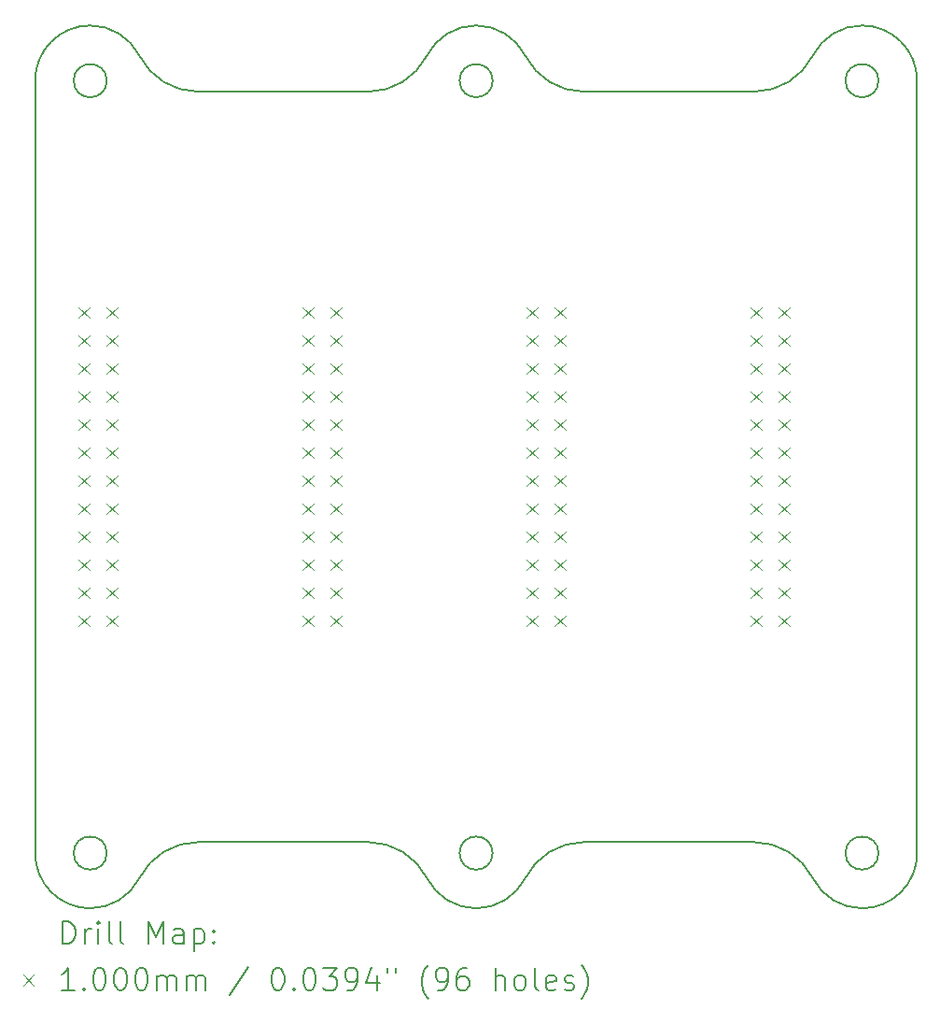
<source format=gbr>
%TF.GenerationSoftware,KiCad,Pcbnew,9.0.0-9.0.0-2~ubuntu24.04.1*%
%TF.CreationDate,2025-03-07T10:50:06+01:00*%
%TF.ProjectId,BackPlane,4261636b-506c-4616-9e65-2e6b69636164,rev?*%
%TF.SameCoordinates,Original*%
%TF.FileFunction,Drillmap*%
%TF.FilePolarity,Positive*%
%FSLAX45Y45*%
G04 Gerber Fmt 4.5, Leading zero omitted, Abs format (unit mm)*
G04 Created by KiCad (PCBNEW 9.0.0-9.0.0-2~ubuntu24.04.1) date 2025-03-07 10:50:06*
%MOMM*%
%LPD*%
G01*
G04 APERTURE LIST*
%ADD10C,0.200000*%
%ADD11C,0.100000*%
G04 APERTURE END LIST*
D10*
X10056500Y-3487000D02*
G75*
G02*
X9756500Y-3487000I-150000J0D01*
G01*
X9756500Y-3487000D02*
G75*
G02*
X10056500Y-3487000I150000J0D01*
G01*
X5906500Y-3487000D02*
G75*
G02*
X6406500Y-2987000I500000J0D01*
G01*
X10351862Y-10714273D02*
G75*
G02*
X9906500Y-10987000I-445362J227273D01*
G01*
X12426704Y-10387000D02*
G75*
G02*
X12961135Y-10714274I-4J-600000D01*
G01*
X13906500Y-3487000D02*
X13906500Y-10487000D01*
X6406500Y-10987000D02*
G75*
G02*
X5906500Y-10487000I0J500000D01*
G01*
X12961138Y-3259727D02*
G75*
G02*
X13406500Y-2987000I445362J-227273D01*
G01*
X13406500Y-10987000D02*
G75*
G02*
X12961138Y-10714273I0J500000D01*
G01*
X8924622Y-3587000D02*
X7386303Y-3587000D01*
X13556500Y-10487000D02*
G75*
G02*
X13256500Y-10487000I-150000J0D01*
G01*
X13256500Y-10487000D02*
G75*
G02*
X13556500Y-10487000I150000J0D01*
G01*
X6406500Y-2987000D02*
G75*
G02*
X6851862Y-3259727I0J-500000D01*
G01*
X10886303Y-3587000D02*
G75*
G02*
X10351860Y-3259728I-3J600010D01*
G01*
X6556500Y-10487000D02*
G75*
G02*
X6256500Y-10487000I-150000J0D01*
G01*
X6256500Y-10487000D02*
G75*
G02*
X6556500Y-10487000I150000J0D01*
G01*
X8926704Y-10387000D02*
X7386296Y-10387000D01*
X9906500Y-10987000D02*
G75*
G02*
X9461138Y-10714273I0J500000D01*
G01*
X13556500Y-3487000D02*
G75*
G02*
X13256500Y-3487000I-150000J0D01*
G01*
X13256500Y-3487000D02*
G75*
G02*
X13556500Y-3487000I150000J0D01*
G01*
X10886303Y-3587000D02*
X12428749Y-3587000D01*
X9461138Y-3259727D02*
G75*
G02*
X9906500Y-2987000I445362J-227273D01*
G01*
X12961138Y-3259727D02*
G75*
G02*
X12428749Y-3586995I-534438J272737D01*
G01*
X10351862Y-10714273D02*
G75*
G02*
X10886296Y-10386996I534438J-272727D01*
G01*
X13406500Y-2987000D02*
G75*
G02*
X13906500Y-3487000I0J-500000D01*
G01*
X10886296Y-10387000D02*
X12426704Y-10387000D01*
X6851862Y-10714273D02*
G75*
G02*
X7386296Y-10386996I534438J-272727D01*
G01*
X6556500Y-3487000D02*
G75*
G02*
X6256500Y-3487000I-150000J0D01*
G01*
X6256500Y-3487000D02*
G75*
G02*
X6556500Y-3487000I150000J0D01*
G01*
X7386303Y-3587000D02*
G75*
G02*
X6851860Y-3259728I-3J600010D01*
G01*
X9461138Y-3259727D02*
G75*
G02*
X8924622Y-3586995I-534438J272737D01*
G01*
X8926704Y-10387000D02*
G75*
G02*
X9461135Y-10714274I-4J-600000D01*
G01*
X10056500Y-10487000D02*
G75*
G02*
X9756500Y-10487000I-150000J0D01*
G01*
X9756500Y-10487000D02*
G75*
G02*
X10056500Y-10487000I150000J0D01*
G01*
X5906500Y-3487000D02*
X5906500Y-10487000D01*
X6851862Y-10714273D02*
G75*
G02*
X6406500Y-10987000I-445362J227273D01*
G01*
X9906500Y-2987000D02*
G75*
G02*
X10351862Y-3259727I0J-500000D01*
G01*
X13906500Y-10487000D02*
G75*
G02*
X13406500Y-10987000I-500000J0D01*
G01*
D11*
X6300000Y-5538000D02*
X6400000Y-5638000D01*
X6400000Y-5538000D02*
X6300000Y-5638000D01*
X6300000Y-5792000D02*
X6400000Y-5892000D01*
X6400000Y-5792000D02*
X6300000Y-5892000D01*
X6300000Y-6046000D02*
X6400000Y-6146000D01*
X6400000Y-6046000D02*
X6300000Y-6146000D01*
X6300000Y-6300000D02*
X6400000Y-6400000D01*
X6400000Y-6300000D02*
X6300000Y-6400000D01*
X6300000Y-6554000D02*
X6400000Y-6654000D01*
X6400000Y-6554000D02*
X6300000Y-6654000D01*
X6300000Y-6808000D02*
X6400000Y-6908000D01*
X6400000Y-6808000D02*
X6300000Y-6908000D01*
X6300000Y-7062000D02*
X6400000Y-7162000D01*
X6400000Y-7062000D02*
X6300000Y-7162000D01*
X6300000Y-7316000D02*
X6400000Y-7416000D01*
X6400000Y-7316000D02*
X6300000Y-7416000D01*
X6300000Y-7570000D02*
X6400000Y-7670000D01*
X6400000Y-7570000D02*
X6300000Y-7670000D01*
X6300000Y-7824000D02*
X6400000Y-7924000D01*
X6400000Y-7824000D02*
X6300000Y-7924000D01*
X6300000Y-8078000D02*
X6400000Y-8178000D01*
X6400000Y-8078000D02*
X6300000Y-8178000D01*
X6300000Y-8332000D02*
X6400000Y-8432000D01*
X6400000Y-8332000D02*
X6300000Y-8432000D01*
X6554000Y-5538000D02*
X6654000Y-5638000D01*
X6654000Y-5538000D02*
X6554000Y-5638000D01*
X6554000Y-5792000D02*
X6654000Y-5892000D01*
X6654000Y-5792000D02*
X6554000Y-5892000D01*
X6554000Y-6046000D02*
X6654000Y-6146000D01*
X6654000Y-6046000D02*
X6554000Y-6146000D01*
X6554000Y-6300000D02*
X6654000Y-6400000D01*
X6654000Y-6300000D02*
X6554000Y-6400000D01*
X6554000Y-6554000D02*
X6654000Y-6654000D01*
X6654000Y-6554000D02*
X6554000Y-6654000D01*
X6554000Y-6808000D02*
X6654000Y-6908000D01*
X6654000Y-6808000D02*
X6554000Y-6908000D01*
X6554000Y-7062000D02*
X6654000Y-7162000D01*
X6654000Y-7062000D02*
X6554000Y-7162000D01*
X6554000Y-7316000D02*
X6654000Y-7416000D01*
X6654000Y-7316000D02*
X6554000Y-7416000D01*
X6554000Y-7570000D02*
X6654000Y-7670000D01*
X6654000Y-7570000D02*
X6554000Y-7670000D01*
X6554000Y-7824000D02*
X6654000Y-7924000D01*
X6654000Y-7824000D02*
X6554000Y-7924000D01*
X6554000Y-8078000D02*
X6654000Y-8178000D01*
X6654000Y-8078000D02*
X6554000Y-8178000D01*
X6554000Y-8332000D02*
X6654000Y-8432000D01*
X6654000Y-8332000D02*
X6554000Y-8432000D01*
X8332000Y-5538000D02*
X8432000Y-5638000D01*
X8432000Y-5538000D02*
X8332000Y-5638000D01*
X8332000Y-5792000D02*
X8432000Y-5892000D01*
X8432000Y-5792000D02*
X8332000Y-5892000D01*
X8332000Y-6046000D02*
X8432000Y-6146000D01*
X8432000Y-6046000D02*
X8332000Y-6146000D01*
X8332000Y-6300000D02*
X8432000Y-6400000D01*
X8432000Y-6300000D02*
X8332000Y-6400000D01*
X8332000Y-6554000D02*
X8432000Y-6654000D01*
X8432000Y-6554000D02*
X8332000Y-6654000D01*
X8332000Y-6808000D02*
X8432000Y-6908000D01*
X8432000Y-6808000D02*
X8332000Y-6908000D01*
X8332000Y-7062000D02*
X8432000Y-7162000D01*
X8432000Y-7062000D02*
X8332000Y-7162000D01*
X8332000Y-7316000D02*
X8432000Y-7416000D01*
X8432000Y-7316000D02*
X8332000Y-7416000D01*
X8332000Y-7570000D02*
X8432000Y-7670000D01*
X8432000Y-7570000D02*
X8332000Y-7670000D01*
X8332000Y-7824000D02*
X8432000Y-7924000D01*
X8432000Y-7824000D02*
X8332000Y-7924000D01*
X8332000Y-8078000D02*
X8432000Y-8178000D01*
X8432000Y-8078000D02*
X8332000Y-8178000D01*
X8332000Y-8332000D02*
X8432000Y-8432000D01*
X8432000Y-8332000D02*
X8332000Y-8432000D01*
X8586000Y-5538000D02*
X8686000Y-5638000D01*
X8686000Y-5538000D02*
X8586000Y-5638000D01*
X8586000Y-5792000D02*
X8686000Y-5892000D01*
X8686000Y-5792000D02*
X8586000Y-5892000D01*
X8586000Y-6046000D02*
X8686000Y-6146000D01*
X8686000Y-6046000D02*
X8586000Y-6146000D01*
X8586000Y-6300000D02*
X8686000Y-6400000D01*
X8686000Y-6300000D02*
X8586000Y-6400000D01*
X8586000Y-6554000D02*
X8686000Y-6654000D01*
X8686000Y-6554000D02*
X8586000Y-6654000D01*
X8586000Y-6808000D02*
X8686000Y-6908000D01*
X8686000Y-6808000D02*
X8586000Y-6908000D01*
X8586000Y-7062000D02*
X8686000Y-7162000D01*
X8686000Y-7062000D02*
X8586000Y-7162000D01*
X8586000Y-7316000D02*
X8686000Y-7416000D01*
X8686000Y-7316000D02*
X8586000Y-7416000D01*
X8586000Y-7570000D02*
X8686000Y-7670000D01*
X8686000Y-7570000D02*
X8586000Y-7670000D01*
X8586000Y-7824000D02*
X8686000Y-7924000D01*
X8686000Y-7824000D02*
X8586000Y-7924000D01*
X8586000Y-8078000D02*
X8686000Y-8178000D01*
X8686000Y-8078000D02*
X8586000Y-8178000D01*
X8586000Y-8332000D02*
X8686000Y-8432000D01*
X8686000Y-8332000D02*
X8586000Y-8432000D01*
X10364000Y-5538000D02*
X10464000Y-5638000D01*
X10464000Y-5538000D02*
X10364000Y-5638000D01*
X10364000Y-5792000D02*
X10464000Y-5892000D01*
X10464000Y-5792000D02*
X10364000Y-5892000D01*
X10364000Y-6046000D02*
X10464000Y-6146000D01*
X10464000Y-6046000D02*
X10364000Y-6146000D01*
X10364000Y-6300000D02*
X10464000Y-6400000D01*
X10464000Y-6300000D02*
X10364000Y-6400000D01*
X10364000Y-6554000D02*
X10464000Y-6654000D01*
X10464000Y-6554000D02*
X10364000Y-6654000D01*
X10364000Y-6808000D02*
X10464000Y-6908000D01*
X10464000Y-6808000D02*
X10364000Y-6908000D01*
X10364000Y-7062000D02*
X10464000Y-7162000D01*
X10464000Y-7062000D02*
X10364000Y-7162000D01*
X10364000Y-7316000D02*
X10464000Y-7416000D01*
X10464000Y-7316000D02*
X10364000Y-7416000D01*
X10364000Y-7570000D02*
X10464000Y-7670000D01*
X10464000Y-7570000D02*
X10364000Y-7670000D01*
X10364000Y-7824000D02*
X10464000Y-7924000D01*
X10464000Y-7824000D02*
X10364000Y-7924000D01*
X10364000Y-8078000D02*
X10464000Y-8178000D01*
X10464000Y-8078000D02*
X10364000Y-8178000D01*
X10364000Y-8332000D02*
X10464000Y-8432000D01*
X10464000Y-8332000D02*
X10364000Y-8432000D01*
X10618000Y-5538000D02*
X10718000Y-5638000D01*
X10718000Y-5538000D02*
X10618000Y-5638000D01*
X10618000Y-5792000D02*
X10718000Y-5892000D01*
X10718000Y-5792000D02*
X10618000Y-5892000D01*
X10618000Y-6046000D02*
X10718000Y-6146000D01*
X10718000Y-6046000D02*
X10618000Y-6146000D01*
X10618000Y-6300000D02*
X10718000Y-6400000D01*
X10718000Y-6300000D02*
X10618000Y-6400000D01*
X10618000Y-6554000D02*
X10718000Y-6654000D01*
X10718000Y-6554000D02*
X10618000Y-6654000D01*
X10618000Y-6808000D02*
X10718000Y-6908000D01*
X10718000Y-6808000D02*
X10618000Y-6908000D01*
X10618000Y-7062000D02*
X10718000Y-7162000D01*
X10718000Y-7062000D02*
X10618000Y-7162000D01*
X10618000Y-7316000D02*
X10718000Y-7416000D01*
X10718000Y-7316000D02*
X10618000Y-7416000D01*
X10618000Y-7570000D02*
X10718000Y-7670000D01*
X10718000Y-7570000D02*
X10618000Y-7670000D01*
X10618000Y-7824000D02*
X10718000Y-7924000D01*
X10718000Y-7824000D02*
X10618000Y-7924000D01*
X10618000Y-8078000D02*
X10718000Y-8178000D01*
X10718000Y-8078000D02*
X10618000Y-8178000D01*
X10618000Y-8332000D02*
X10718000Y-8432000D01*
X10718000Y-8332000D02*
X10618000Y-8432000D01*
X12396000Y-5538000D02*
X12496000Y-5638000D01*
X12496000Y-5538000D02*
X12396000Y-5638000D01*
X12396000Y-5792000D02*
X12496000Y-5892000D01*
X12496000Y-5792000D02*
X12396000Y-5892000D01*
X12396000Y-6046000D02*
X12496000Y-6146000D01*
X12496000Y-6046000D02*
X12396000Y-6146000D01*
X12396000Y-6300000D02*
X12496000Y-6400000D01*
X12496000Y-6300000D02*
X12396000Y-6400000D01*
X12396000Y-6554000D02*
X12496000Y-6654000D01*
X12496000Y-6554000D02*
X12396000Y-6654000D01*
X12396000Y-6808000D02*
X12496000Y-6908000D01*
X12496000Y-6808000D02*
X12396000Y-6908000D01*
X12396000Y-7062000D02*
X12496000Y-7162000D01*
X12496000Y-7062000D02*
X12396000Y-7162000D01*
X12396000Y-7316000D02*
X12496000Y-7416000D01*
X12496000Y-7316000D02*
X12396000Y-7416000D01*
X12396000Y-7570000D02*
X12496000Y-7670000D01*
X12496000Y-7570000D02*
X12396000Y-7670000D01*
X12396000Y-7824000D02*
X12496000Y-7924000D01*
X12496000Y-7824000D02*
X12396000Y-7924000D01*
X12396000Y-8078000D02*
X12496000Y-8178000D01*
X12496000Y-8078000D02*
X12396000Y-8178000D01*
X12396000Y-8332000D02*
X12496000Y-8432000D01*
X12496000Y-8332000D02*
X12396000Y-8432000D01*
X12650000Y-5538000D02*
X12750000Y-5638000D01*
X12750000Y-5538000D02*
X12650000Y-5638000D01*
X12650000Y-5792000D02*
X12750000Y-5892000D01*
X12750000Y-5792000D02*
X12650000Y-5892000D01*
X12650000Y-6046000D02*
X12750000Y-6146000D01*
X12750000Y-6046000D02*
X12650000Y-6146000D01*
X12650000Y-6300000D02*
X12750000Y-6400000D01*
X12750000Y-6300000D02*
X12650000Y-6400000D01*
X12650000Y-6554000D02*
X12750000Y-6654000D01*
X12750000Y-6554000D02*
X12650000Y-6654000D01*
X12650000Y-6808000D02*
X12750000Y-6908000D01*
X12750000Y-6808000D02*
X12650000Y-6908000D01*
X12650000Y-7062000D02*
X12750000Y-7162000D01*
X12750000Y-7062000D02*
X12650000Y-7162000D01*
X12650000Y-7316000D02*
X12750000Y-7416000D01*
X12750000Y-7316000D02*
X12650000Y-7416000D01*
X12650000Y-7570000D02*
X12750000Y-7670000D01*
X12750000Y-7570000D02*
X12650000Y-7670000D01*
X12650000Y-7824000D02*
X12750000Y-7924000D01*
X12750000Y-7824000D02*
X12650000Y-7924000D01*
X12650000Y-8078000D02*
X12750000Y-8178000D01*
X12750000Y-8078000D02*
X12650000Y-8178000D01*
X12650000Y-8332000D02*
X12750000Y-8432000D01*
X12750000Y-8332000D02*
X12650000Y-8432000D01*
D10*
X6157277Y-11308484D02*
X6157277Y-11108484D01*
X6157277Y-11108484D02*
X6204896Y-11108484D01*
X6204896Y-11108484D02*
X6233467Y-11118008D01*
X6233467Y-11118008D02*
X6252515Y-11137055D01*
X6252515Y-11137055D02*
X6262039Y-11156103D01*
X6262039Y-11156103D02*
X6271562Y-11194198D01*
X6271562Y-11194198D02*
X6271562Y-11222769D01*
X6271562Y-11222769D02*
X6262039Y-11260865D01*
X6262039Y-11260865D02*
X6252515Y-11279912D01*
X6252515Y-11279912D02*
X6233467Y-11298960D01*
X6233467Y-11298960D02*
X6204896Y-11308484D01*
X6204896Y-11308484D02*
X6157277Y-11308484D01*
X6357277Y-11308484D02*
X6357277Y-11175150D01*
X6357277Y-11213246D02*
X6366801Y-11194198D01*
X6366801Y-11194198D02*
X6376324Y-11184674D01*
X6376324Y-11184674D02*
X6395372Y-11175150D01*
X6395372Y-11175150D02*
X6414420Y-11175150D01*
X6481086Y-11308484D02*
X6481086Y-11175150D01*
X6481086Y-11108484D02*
X6471562Y-11118008D01*
X6471562Y-11118008D02*
X6481086Y-11127531D01*
X6481086Y-11127531D02*
X6490610Y-11118008D01*
X6490610Y-11118008D02*
X6481086Y-11108484D01*
X6481086Y-11108484D02*
X6481086Y-11127531D01*
X6604896Y-11308484D02*
X6585848Y-11298960D01*
X6585848Y-11298960D02*
X6576324Y-11279912D01*
X6576324Y-11279912D02*
X6576324Y-11108484D01*
X6709658Y-11308484D02*
X6690610Y-11298960D01*
X6690610Y-11298960D02*
X6681086Y-11279912D01*
X6681086Y-11279912D02*
X6681086Y-11108484D01*
X6938229Y-11308484D02*
X6938229Y-11108484D01*
X6938229Y-11108484D02*
X7004896Y-11251341D01*
X7004896Y-11251341D02*
X7071562Y-11108484D01*
X7071562Y-11108484D02*
X7071562Y-11308484D01*
X7252515Y-11308484D02*
X7252515Y-11203722D01*
X7252515Y-11203722D02*
X7242991Y-11184674D01*
X7242991Y-11184674D02*
X7223943Y-11175150D01*
X7223943Y-11175150D02*
X7185848Y-11175150D01*
X7185848Y-11175150D02*
X7166801Y-11184674D01*
X7252515Y-11298960D02*
X7233467Y-11308484D01*
X7233467Y-11308484D02*
X7185848Y-11308484D01*
X7185848Y-11308484D02*
X7166801Y-11298960D01*
X7166801Y-11298960D02*
X7157277Y-11279912D01*
X7157277Y-11279912D02*
X7157277Y-11260865D01*
X7157277Y-11260865D02*
X7166801Y-11241817D01*
X7166801Y-11241817D02*
X7185848Y-11232293D01*
X7185848Y-11232293D02*
X7233467Y-11232293D01*
X7233467Y-11232293D02*
X7252515Y-11222769D01*
X7347753Y-11175150D02*
X7347753Y-11375150D01*
X7347753Y-11184674D02*
X7366801Y-11175150D01*
X7366801Y-11175150D02*
X7404896Y-11175150D01*
X7404896Y-11175150D02*
X7423943Y-11184674D01*
X7423943Y-11184674D02*
X7433467Y-11194198D01*
X7433467Y-11194198D02*
X7442991Y-11213246D01*
X7442991Y-11213246D02*
X7442991Y-11270388D01*
X7442991Y-11270388D02*
X7433467Y-11289436D01*
X7433467Y-11289436D02*
X7423943Y-11298960D01*
X7423943Y-11298960D02*
X7404896Y-11308484D01*
X7404896Y-11308484D02*
X7366801Y-11308484D01*
X7366801Y-11308484D02*
X7347753Y-11298960D01*
X7528705Y-11289436D02*
X7538229Y-11298960D01*
X7538229Y-11298960D02*
X7528705Y-11308484D01*
X7528705Y-11308484D02*
X7519182Y-11298960D01*
X7519182Y-11298960D02*
X7528705Y-11289436D01*
X7528705Y-11289436D02*
X7528705Y-11308484D01*
X7528705Y-11184674D02*
X7538229Y-11194198D01*
X7538229Y-11194198D02*
X7528705Y-11203722D01*
X7528705Y-11203722D02*
X7519182Y-11194198D01*
X7519182Y-11194198D02*
X7528705Y-11184674D01*
X7528705Y-11184674D02*
X7528705Y-11203722D01*
D11*
X5796500Y-11587000D02*
X5896500Y-11687000D01*
X5896500Y-11587000D02*
X5796500Y-11687000D01*
D10*
X6262039Y-11728484D02*
X6147753Y-11728484D01*
X6204896Y-11728484D02*
X6204896Y-11528484D01*
X6204896Y-11528484D02*
X6185848Y-11557055D01*
X6185848Y-11557055D02*
X6166801Y-11576103D01*
X6166801Y-11576103D02*
X6147753Y-11585627D01*
X6347753Y-11709436D02*
X6357277Y-11718960D01*
X6357277Y-11718960D02*
X6347753Y-11728484D01*
X6347753Y-11728484D02*
X6338229Y-11718960D01*
X6338229Y-11718960D02*
X6347753Y-11709436D01*
X6347753Y-11709436D02*
X6347753Y-11728484D01*
X6481086Y-11528484D02*
X6500134Y-11528484D01*
X6500134Y-11528484D02*
X6519182Y-11538008D01*
X6519182Y-11538008D02*
X6528705Y-11547531D01*
X6528705Y-11547531D02*
X6538229Y-11566579D01*
X6538229Y-11566579D02*
X6547753Y-11604674D01*
X6547753Y-11604674D02*
X6547753Y-11652293D01*
X6547753Y-11652293D02*
X6538229Y-11690388D01*
X6538229Y-11690388D02*
X6528705Y-11709436D01*
X6528705Y-11709436D02*
X6519182Y-11718960D01*
X6519182Y-11718960D02*
X6500134Y-11728484D01*
X6500134Y-11728484D02*
X6481086Y-11728484D01*
X6481086Y-11728484D02*
X6462039Y-11718960D01*
X6462039Y-11718960D02*
X6452515Y-11709436D01*
X6452515Y-11709436D02*
X6442991Y-11690388D01*
X6442991Y-11690388D02*
X6433467Y-11652293D01*
X6433467Y-11652293D02*
X6433467Y-11604674D01*
X6433467Y-11604674D02*
X6442991Y-11566579D01*
X6442991Y-11566579D02*
X6452515Y-11547531D01*
X6452515Y-11547531D02*
X6462039Y-11538008D01*
X6462039Y-11538008D02*
X6481086Y-11528484D01*
X6671562Y-11528484D02*
X6690610Y-11528484D01*
X6690610Y-11528484D02*
X6709658Y-11538008D01*
X6709658Y-11538008D02*
X6719182Y-11547531D01*
X6719182Y-11547531D02*
X6728705Y-11566579D01*
X6728705Y-11566579D02*
X6738229Y-11604674D01*
X6738229Y-11604674D02*
X6738229Y-11652293D01*
X6738229Y-11652293D02*
X6728705Y-11690388D01*
X6728705Y-11690388D02*
X6719182Y-11709436D01*
X6719182Y-11709436D02*
X6709658Y-11718960D01*
X6709658Y-11718960D02*
X6690610Y-11728484D01*
X6690610Y-11728484D02*
X6671562Y-11728484D01*
X6671562Y-11728484D02*
X6652515Y-11718960D01*
X6652515Y-11718960D02*
X6642991Y-11709436D01*
X6642991Y-11709436D02*
X6633467Y-11690388D01*
X6633467Y-11690388D02*
X6623943Y-11652293D01*
X6623943Y-11652293D02*
X6623943Y-11604674D01*
X6623943Y-11604674D02*
X6633467Y-11566579D01*
X6633467Y-11566579D02*
X6642991Y-11547531D01*
X6642991Y-11547531D02*
X6652515Y-11538008D01*
X6652515Y-11538008D02*
X6671562Y-11528484D01*
X6862039Y-11528484D02*
X6881086Y-11528484D01*
X6881086Y-11528484D02*
X6900134Y-11538008D01*
X6900134Y-11538008D02*
X6909658Y-11547531D01*
X6909658Y-11547531D02*
X6919182Y-11566579D01*
X6919182Y-11566579D02*
X6928705Y-11604674D01*
X6928705Y-11604674D02*
X6928705Y-11652293D01*
X6928705Y-11652293D02*
X6919182Y-11690388D01*
X6919182Y-11690388D02*
X6909658Y-11709436D01*
X6909658Y-11709436D02*
X6900134Y-11718960D01*
X6900134Y-11718960D02*
X6881086Y-11728484D01*
X6881086Y-11728484D02*
X6862039Y-11728484D01*
X6862039Y-11728484D02*
X6842991Y-11718960D01*
X6842991Y-11718960D02*
X6833467Y-11709436D01*
X6833467Y-11709436D02*
X6823943Y-11690388D01*
X6823943Y-11690388D02*
X6814420Y-11652293D01*
X6814420Y-11652293D02*
X6814420Y-11604674D01*
X6814420Y-11604674D02*
X6823943Y-11566579D01*
X6823943Y-11566579D02*
X6833467Y-11547531D01*
X6833467Y-11547531D02*
X6842991Y-11538008D01*
X6842991Y-11538008D02*
X6862039Y-11528484D01*
X7014420Y-11728484D02*
X7014420Y-11595150D01*
X7014420Y-11614198D02*
X7023943Y-11604674D01*
X7023943Y-11604674D02*
X7042991Y-11595150D01*
X7042991Y-11595150D02*
X7071563Y-11595150D01*
X7071563Y-11595150D02*
X7090610Y-11604674D01*
X7090610Y-11604674D02*
X7100134Y-11623722D01*
X7100134Y-11623722D02*
X7100134Y-11728484D01*
X7100134Y-11623722D02*
X7109658Y-11604674D01*
X7109658Y-11604674D02*
X7128705Y-11595150D01*
X7128705Y-11595150D02*
X7157277Y-11595150D01*
X7157277Y-11595150D02*
X7176324Y-11604674D01*
X7176324Y-11604674D02*
X7185848Y-11623722D01*
X7185848Y-11623722D02*
X7185848Y-11728484D01*
X7281086Y-11728484D02*
X7281086Y-11595150D01*
X7281086Y-11614198D02*
X7290610Y-11604674D01*
X7290610Y-11604674D02*
X7309658Y-11595150D01*
X7309658Y-11595150D02*
X7338229Y-11595150D01*
X7338229Y-11595150D02*
X7357277Y-11604674D01*
X7357277Y-11604674D02*
X7366801Y-11623722D01*
X7366801Y-11623722D02*
X7366801Y-11728484D01*
X7366801Y-11623722D02*
X7376324Y-11604674D01*
X7376324Y-11604674D02*
X7395372Y-11595150D01*
X7395372Y-11595150D02*
X7423943Y-11595150D01*
X7423943Y-11595150D02*
X7442991Y-11604674D01*
X7442991Y-11604674D02*
X7452515Y-11623722D01*
X7452515Y-11623722D02*
X7452515Y-11728484D01*
X7842991Y-11518960D02*
X7671563Y-11776103D01*
X8100134Y-11528484D02*
X8119182Y-11528484D01*
X8119182Y-11528484D02*
X8138229Y-11538008D01*
X8138229Y-11538008D02*
X8147753Y-11547531D01*
X8147753Y-11547531D02*
X8157277Y-11566579D01*
X8157277Y-11566579D02*
X8166801Y-11604674D01*
X8166801Y-11604674D02*
X8166801Y-11652293D01*
X8166801Y-11652293D02*
X8157277Y-11690388D01*
X8157277Y-11690388D02*
X8147753Y-11709436D01*
X8147753Y-11709436D02*
X8138229Y-11718960D01*
X8138229Y-11718960D02*
X8119182Y-11728484D01*
X8119182Y-11728484D02*
X8100134Y-11728484D01*
X8100134Y-11728484D02*
X8081086Y-11718960D01*
X8081086Y-11718960D02*
X8071563Y-11709436D01*
X8071563Y-11709436D02*
X8062039Y-11690388D01*
X8062039Y-11690388D02*
X8052515Y-11652293D01*
X8052515Y-11652293D02*
X8052515Y-11604674D01*
X8052515Y-11604674D02*
X8062039Y-11566579D01*
X8062039Y-11566579D02*
X8071563Y-11547531D01*
X8071563Y-11547531D02*
X8081086Y-11538008D01*
X8081086Y-11538008D02*
X8100134Y-11528484D01*
X8252515Y-11709436D02*
X8262039Y-11718960D01*
X8262039Y-11718960D02*
X8252515Y-11728484D01*
X8252515Y-11728484D02*
X8242991Y-11718960D01*
X8242991Y-11718960D02*
X8252515Y-11709436D01*
X8252515Y-11709436D02*
X8252515Y-11728484D01*
X8385848Y-11528484D02*
X8404896Y-11528484D01*
X8404896Y-11528484D02*
X8423944Y-11538008D01*
X8423944Y-11538008D02*
X8433468Y-11547531D01*
X8433468Y-11547531D02*
X8442991Y-11566579D01*
X8442991Y-11566579D02*
X8452515Y-11604674D01*
X8452515Y-11604674D02*
X8452515Y-11652293D01*
X8452515Y-11652293D02*
X8442991Y-11690388D01*
X8442991Y-11690388D02*
X8433468Y-11709436D01*
X8433468Y-11709436D02*
X8423944Y-11718960D01*
X8423944Y-11718960D02*
X8404896Y-11728484D01*
X8404896Y-11728484D02*
X8385848Y-11728484D01*
X8385848Y-11728484D02*
X8366801Y-11718960D01*
X8366801Y-11718960D02*
X8357277Y-11709436D01*
X8357277Y-11709436D02*
X8347753Y-11690388D01*
X8347753Y-11690388D02*
X8338229Y-11652293D01*
X8338229Y-11652293D02*
X8338229Y-11604674D01*
X8338229Y-11604674D02*
X8347753Y-11566579D01*
X8347753Y-11566579D02*
X8357277Y-11547531D01*
X8357277Y-11547531D02*
X8366801Y-11538008D01*
X8366801Y-11538008D02*
X8385848Y-11528484D01*
X8519182Y-11528484D02*
X8642991Y-11528484D01*
X8642991Y-11528484D02*
X8576325Y-11604674D01*
X8576325Y-11604674D02*
X8604896Y-11604674D01*
X8604896Y-11604674D02*
X8623944Y-11614198D01*
X8623944Y-11614198D02*
X8633468Y-11623722D01*
X8633468Y-11623722D02*
X8642991Y-11642769D01*
X8642991Y-11642769D02*
X8642991Y-11690388D01*
X8642991Y-11690388D02*
X8633468Y-11709436D01*
X8633468Y-11709436D02*
X8623944Y-11718960D01*
X8623944Y-11718960D02*
X8604896Y-11728484D01*
X8604896Y-11728484D02*
X8547753Y-11728484D01*
X8547753Y-11728484D02*
X8528706Y-11718960D01*
X8528706Y-11718960D02*
X8519182Y-11709436D01*
X8738229Y-11728484D02*
X8776325Y-11728484D01*
X8776325Y-11728484D02*
X8795372Y-11718960D01*
X8795372Y-11718960D02*
X8804896Y-11709436D01*
X8804896Y-11709436D02*
X8823944Y-11680865D01*
X8823944Y-11680865D02*
X8833468Y-11642769D01*
X8833468Y-11642769D02*
X8833468Y-11566579D01*
X8833468Y-11566579D02*
X8823944Y-11547531D01*
X8823944Y-11547531D02*
X8814420Y-11538008D01*
X8814420Y-11538008D02*
X8795372Y-11528484D01*
X8795372Y-11528484D02*
X8757277Y-11528484D01*
X8757277Y-11528484D02*
X8738229Y-11538008D01*
X8738229Y-11538008D02*
X8728706Y-11547531D01*
X8728706Y-11547531D02*
X8719182Y-11566579D01*
X8719182Y-11566579D02*
X8719182Y-11614198D01*
X8719182Y-11614198D02*
X8728706Y-11633246D01*
X8728706Y-11633246D02*
X8738229Y-11642769D01*
X8738229Y-11642769D02*
X8757277Y-11652293D01*
X8757277Y-11652293D02*
X8795372Y-11652293D01*
X8795372Y-11652293D02*
X8814420Y-11642769D01*
X8814420Y-11642769D02*
X8823944Y-11633246D01*
X8823944Y-11633246D02*
X8833468Y-11614198D01*
X9004896Y-11595150D02*
X9004896Y-11728484D01*
X8957277Y-11518960D02*
X8909658Y-11661817D01*
X8909658Y-11661817D02*
X9033468Y-11661817D01*
X9100134Y-11528484D02*
X9100134Y-11566579D01*
X9176325Y-11528484D02*
X9176325Y-11566579D01*
X9471563Y-11804674D02*
X9462039Y-11795150D01*
X9462039Y-11795150D02*
X9442991Y-11766579D01*
X9442991Y-11766579D02*
X9433468Y-11747531D01*
X9433468Y-11747531D02*
X9423944Y-11718960D01*
X9423944Y-11718960D02*
X9414420Y-11671341D01*
X9414420Y-11671341D02*
X9414420Y-11633246D01*
X9414420Y-11633246D02*
X9423944Y-11585627D01*
X9423944Y-11585627D02*
X9433468Y-11557055D01*
X9433468Y-11557055D02*
X9442991Y-11538008D01*
X9442991Y-11538008D02*
X9462039Y-11509436D01*
X9462039Y-11509436D02*
X9471563Y-11499912D01*
X9557277Y-11728484D02*
X9595372Y-11728484D01*
X9595372Y-11728484D02*
X9614420Y-11718960D01*
X9614420Y-11718960D02*
X9623944Y-11709436D01*
X9623944Y-11709436D02*
X9642991Y-11680865D01*
X9642991Y-11680865D02*
X9652515Y-11642769D01*
X9652515Y-11642769D02*
X9652515Y-11566579D01*
X9652515Y-11566579D02*
X9642991Y-11547531D01*
X9642991Y-11547531D02*
X9633468Y-11538008D01*
X9633468Y-11538008D02*
X9614420Y-11528484D01*
X9614420Y-11528484D02*
X9576325Y-11528484D01*
X9576325Y-11528484D02*
X9557277Y-11538008D01*
X9557277Y-11538008D02*
X9547753Y-11547531D01*
X9547753Y-11547531D02*
X9538230Y-11566579D01*
X9538230Y-11566579D02*
X9538230Y-11614198D01*
X9538230Y-11614198D02*
X9547753Y-11633246D01*
X9547753Y-11633246D02*
X9557277Y-11642769D01*
X9557277Y-11642769D02*
X9576325Y-11652293D01*
X9576325Y-11652293D02*
X9614420Y-11652293D01*
X9614420Y-11652293D02*
X9633468Y-11642769D01*
X9633468Y-11642769D02*
X9642991Y-11633246D01*
X9642991Y-11633246D02*
X9652515Y-11614198D01*
X9823944Y-11528484D02*
X9785849Y-11528484D01*
X9785849Y-11528484D02*
X9766801Y-11538008D01*
X9766801Y-11538008D02*
X9757277Y-11547531D01*
X9757277Y-11547531D02*
X9738230Y-11576103D01*
X9738230Y-11576103D02*
X9728706Y-11614198D01*
X9728706Y-11614198D02*
X9728706Y-11690388D01*
X9728706Y-11690388D02*
X9738230Y-11709436D01*
X9738230Y-11709436D02*
X9747753Y-11718960D01*
X9747753Y-11718960D02*
X9766801Y-11728484D01*
X9766801Y-11728484D02*
X9804896Y-11728484D01*
X9804896Y-11728484D02*
X9823944Y-11718960D01*
X9823944Y-11718960D02*
X9833468Y-11709436D01*
X9833468Y-11709436D02*
X9842991Y-11690388D01*
X9842991Y-11690388D02*
X9842991Y-11642769D01*
X9842991Y-11642769D02*
X9833468Y-11623722D01*
X9833468Y-11623722D02*
X9823944Y-11614198D01*
X9823944Y-11614198D02*
X9804896Y-11604674D01*
X9804896Y-11604674D02*
X9766801Y-11604674D01*
X9766801Y-11604674D02*
X9747753Y-11614198D01*
X9747753Y-11614198D02*
X9738230Y-11623722D01*
X9738230Y-11623722D02*
X9728706Y-11642769D01*
X10081087Y-11728484D02*
X10081087Y-11528484D01*
X10166801Y-11728484D02*
X10166801Y-11623722D01*
X10166801Y-11623722D02*
X10157277Y-11604674D01*
X10157277Y-11604674D02*
X10138230Y-11595150D01*
X10138230Y-11595150D02*
X10109658Y-11595150D01*
X10109658Y-11595150D02*
X10090611Y-11604674D01*
X10090611Y-11604674D02*
X10081087Y-11614198D01*
X10290611Y-11728484D02*
X10271563Y-11718960D01*
X10271563Y-11718960D02*
X10262039Y-11709436D01*
X10262039Y-11709436D02*
X10252515Y-11690388D01*
X10252515Y-11690388D02*
X10252515Y-11633246D01*
X10252515Y-11633246D02*
X10262039Y-11614198D01*
X10262039Y-11614198D02*
X10271563Y-11604674D01*
X10271563Y-11604674D02*
X10290611Y-11595150D01*
X10290611Y-11595150D02*
X10319182Y-11595150D01*
X10319182Y-11595150D02*
X10338230Y-11604674D01*
X10338230Y-11604674D02*
X10347753Y-11614198D01*
X10347753Y-11614198D02*
X10357277Y-11633246D01*
X10357277Y-11633246D02*
X10357277Y-11690388D01*
X10357277Y-11690388D02*
X10347753Y-11709436D01*
X10347753Y-11709436D02*
X10338230Y-11718960D01*
X10338230Y-11718960D02*
X10319182Y-11728484D01*
X10319182Y-11728484D02*
X10290611Y-11728484D01*
X10471563Y-11728484D02*
X10452515Y-11718960D01*
X10452515Y-11718960D02*
X10442992Y-11699912D01*
X10442992Y-11699912D02*
X10442992Y-11528484D01*
X10623944Y-11718960D02*
X10604896Y-11728484D01*
X10604896Y-11728484D02*
X10566801Y-11728484D01*
X10566801Y-11728484D02*
X10547753Y-11718960D01*
X10547753Y-11718960D02*
X10538230Y-11699912D01*
X10538230Y-11699912D02*
X10538230Y-11623722D01*
X10538230Y-11623722D02*
X10547753Y-11604674D01*
X10547753Y-11604674D02*
X10566801Y-11595150D01*
X10566801Y-11595150D02*
X10604896Y-11595150D01*
X10604896Y-11595150D02*
X10623944Y-11604674D01*
X10623944Y-11604674D02*
X10633468Y-11623722D01*
X10633468Y-11623722D02*
X10633468Y-11642769D01*
X10633468Y-11642769D02*
X10538230Y-11661817D01*
X10709658Y-11718960D02*
X10728706Y-11728484D01*
X10728706Y-11728484D02*
X10766801Y-11728484D01*
X10766801Y-11728484D02*
X10785849Y-11718960D01*
X10785849Y-11718960D02*
X10795373Y-11699912D01*
X10795373Y-11699912D02*
X10795373Y-11690388D01*
X10795373Y-11690388D02*
X10785849Y-11671341D01*
X10785849Y-11671341D02*
X10766801Y-11661817D01*
X10766801Y-11661817D02*
X10738230Y-11661817D01*
X10738230Y-11661817D02*
X10719182Y-11652293D01*
X10719182Y-11652293D02*
X10709658Y-11633246D01*
X10709658Y-11633246D02*
X10709658Y-11623722D01*
X10709658Y-11623722D02*
X10719182Y-11604674D01*
X10719182Y-11604674D02*
X10738230Y-11595150D01*
X10738230Y-11595150D02*
X10766801Y-11595150D01*
X10766801Y-11595150D02*
X10785849Y-11604674D01*
X10862039Y-11804674D02*
X10871563Y-11795150D01*
X10871563Y-11795150D02*
X10890611Y-11766579D01*
X10890611Y-11766579D02*
X10900134Y-11747531D01*
X10900134Y-11747531D02*
X10909658Y-11718960D01*
X10909658Y-11718960D02*
X10919182Y-11671341D01*
X10919182Y-11671341D02*
X10919182Y-11633246D01*
X10919182Y-11633246D02*
X10909658Y-11585627D01*
X10909658Y-11585627D02*
X10900134Y-11557055D01*
X10900134Y-11557055D02*
X10890611Y-11538008D01*
X10890611Y-11538008D02*
X10871563Y-11509436D01*
X10871563Y-11509436D02*
X10862039Y-11499912D01*
M02*

</source>
